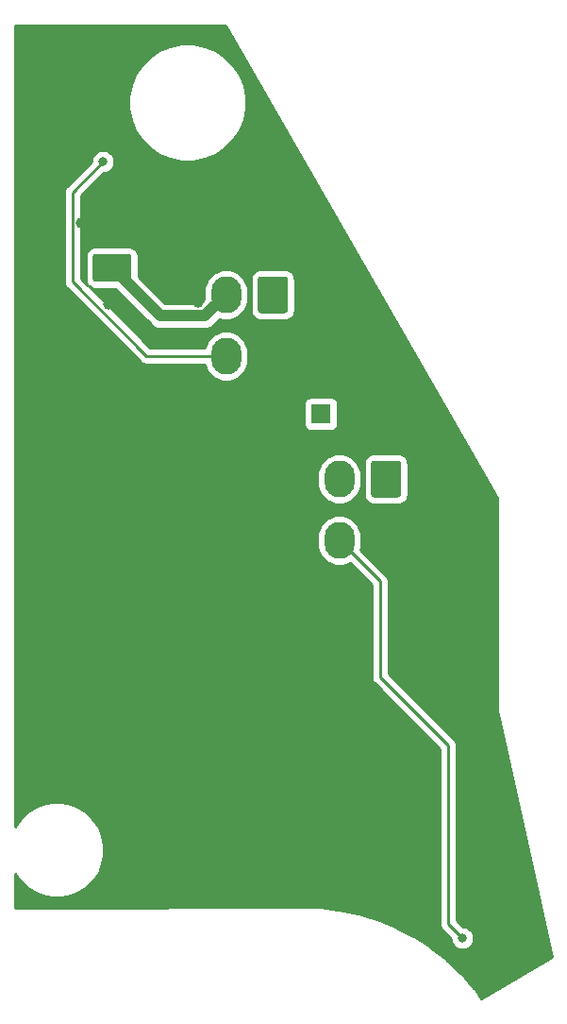
<source format=gbr>
G04 #@! TF.GenerationSoftware,KiCad,Pcbnew,(5.1.6)-1*
G04 #@! TF.CreationDate,2021-02-10T23:13:43+11:00*
G04 #@! TF.ProjectId,LDG Wing Fold PCB V2,4c444720-5769-46e6-9720-466f6c642050,rev?*
G04 #@! TF.SameCoordinates,Original*
G04 #@! TF.FileFunction,Copper,L2,Bot*
G04 #@! TF.FilePolarity,Positive*
%FSLAX46Y46*%
G04 Gerber Fmt 4.6, Leading zero omitted, Abs format (unit mm)*
G04 Created by KiCad (PCBNEW (5.1.6)-1) date 2021-02-10 23:13:43*
%MOMM*%
%LPD*%
G01*
G04 APERTURE LIST*
G04 #@! TA.AperFunction,ComponentPad*
%ADD10O,2.700000X3.300000*%
G04 #@! TD*
G04 #@! TA.AperFunction,ComponentPad*
%ADD11C,1.800000*%
G04 #@! TD*
G04 #@! TA.AperFunction,ComponentPad*
%ADD12R,1.800000X1.800000*%
G04 #@! TD*
G04 #@! TA.AperFunction,ViaPad*
%ADD13C,1.000000*%
G04 #@! TD*
G04 #@! TA.AperFunction,ViaPad*
%ADD14C,0.800000*%
G04 #@! TD*
G04 #@! TA.AperFunction,Conductor*
%ADD15C,1.000000*%
G04 #@! TD*
G04 #@! TA.AperFunction,Conductor*
%ADD16C,0.250000*%
G04 #@! TD*
G04 #@! TA.AperFunction,Conductor*
%ADD17C,0.254000*%
G04 #@! TD*
G04 APERTURE END LIST*
D10*
G04 #@! TO.P,J2,4*
G04 #@! TO.N,/DATAOUT*
X177664000Y-68238000D03*
G04 #@! TO.P,J2,3*
G04 #@! TO.N,/LEDGND*
X181864000Y-68238000D03*
G04 #@! TO.P,J2,2*
G04 #@! TO.N,/LED+5V*
X177664000Y-62738000D03*
G04 #@! TO.P,J2,1*
G04 #@! TA.AperFunction,ComponentPad*
G36*
G01*
X183214000Y-61338001D02*
X183214000Y-64137999D01*
G75*
G02*
X182963999Y-64388000I-250001J0D01*
G01*
X180764001Y-64388000D01*
G75*
G02*
X180514000Y-64137999I0J250001D01*
G01*
X180514000Y-61338001D01*
G75*
G02*
X180764001Y-61088000I250001J0D01*
G01*
X182963999Y-61088000D01*
G75*
G02*
X183214000Y-61338001I0J-250001D01*
G01*
G37*
G04 #@! TD.AperFunction*
G04 #@! TD*
G04 #@! TO.P,J1,4*
G04 #@! TO.N,/DATAIN*
X167504000Y-51728000D03*
G04 #@! TO.P,J1,3*
G04 #@! TO.N,/LEDGND*
X171704000Y-51728000D03*
G04 #@! TO.P,J1,2*
G04 #@! TO.N,/LED+5V*
X167504000Y-46228000D03*
G04 #@! TO.P,J1,1*
G04 #@! TA.AperFunction,ComponentPad*
G36*
G01*
X173054000Y-44828001D02*
X173054000Y-47627999D01*
G75*
G02*
X172803999Y-47878000I-250001J0D01*
G01*
X170604001Y-47878000D01*
G75*
G02*
X170354000Y-47627999I0J250001D01*
G01*
X170354000Y-44828001D01*
G75*
G02*
X170604001Y-44578000I250001J0D01*
G01*
X172803999Y-44578000D01*
G75*
G02*
X173054000Y-44828001I0J-250001D01*
G01*
G37*
G04 #@! TD.AperFunction*
G04 #@! TD*
D11*
G04 #@! TO.P,D1,2*
G04 #@! TO.N,/LEDGND*
X178562000Y-56896000D03*
D12*
G04 #@! TO.P,D1,1*
G04 #@! TO.N,Net-(D1-Pad1)*
X176022000Y-56896000D03*
G04 #@! TD*
G04 #@! TO.P,C1,2*
G04 #@! TO.N,/LEDGND*
G04 #@! TA.AperFunction,SMDPad,CuDef*
G36*
G01*
X162025000Y-44800000D02*
X162025000Y-42800000D01*
G75*
G02*
X162275000Y-42550000I250000J0D01*
G01*
X165275000Y-42550000D01*
G75*
G02*
X165525000Y-42800000I0J-250000D01*
G01*
X165525000Y-44800000D01*
G75*
G02*
X165275000Y-45050000I-250000J0D01*
G01*
X162275000Y-45050000D01*
G75*
G02*
X162025000Y-44800000I0J250000D01*
G01*
G37*
G04 #@! TD.AperFunction*
G04 #@! TO.P,C1,1*
G04 #@! TO.N,/LED+5V*
G04 #@! TA.AperFunction,SMDPad,CuDef*
G36*
G01*
X155525000Y-44800000D02*
X155525000Y-42800000D01*
G75*
G02*
X155775000Y-42550000I250000J0D01*
G01*
X158775000Y-42550000D01*
G75*
G02*
X159025000Y-42800000I0J-250000D01*
G01*
X159025000Y-44800000D01*
G75*
G02*
X158775000Y-45050000I-250000J0D01*
G01*
X155775000Y-45050000D01*
G75*
G02*
X155525000Y-44800000I0J250000D01*
G01*
G37*
G04 #@! TD.AperFunction*
G04 #@! TD*
D13*
G04 #@! TO.N,/LEDGND*
X157300000Y-69750000D03*
X165550000Y-69050000D03*
X173760000Y-68850000D03*
X158800000Y-87980000D03*
X178480000Y-98580000D03*
X166760000Y-87900000D03*
X175540000Y-87960000D03*
X184050000Y-88200000D03*
X154545000Y-39775000D03*
X162190000Y-39730000D03*
X169570000Y-39750000D03*
X156930000Y-47050000D03*
X164980000Y-46910000D03*
X157020000Y-53730000D03*
X164280000Y-53830000D03*
X157210000Y-61110000D03*
X164460000Y-61180000D03*
X153870000Y-79060000D03*
X161800000Y-78960000D03*
X170110000Y-79060000D03*
X178050000Y-78820000D03*
X186725000Y-77045000D03*
X194070000Y-105350000D03*
X170140000Y-60020000D03*
D14*
G04 #@! TO.N,/DATAIN*
X156464000Y-34290000D03*
G04 #@! TO.N,/DATAOUT*
X188722000Y-103886000D03*
G04 #@! TD*
D15*
G04 #@! TO.N,/LED+5V*
X165621999Y-48110001D02*
X167504000Y-46228000D01*
X161585001Y-48110001D02*
X165621999Y-48110001D01*
X157275000Y-43800000D02*
X161585001Y-48110001D01*
D16*
G04 #@! TO.N,/DATAIN*
X156464000Y-34290000D02*
X156464000Y-34290000D01*
X153719999Y-45061001D02*
X160386998Y-51728000D01*
X153719999Y-37034001D02*
X153719999Y-45061001D01*
X160386998Y-51728000D02*
X167504000Y-51728000D01*
X156464000Y-34290000D02*
X153719999Y-37034001D01*
G04 #@! TO.N,/DATAOUT*
X181325000Y-80487000D02*
X187452000Y-86614000D01*
X187452000Y-86614000D02*
X187452000Y-102616000D01*
X187452000Y-102616000D02*
X188722000Y-103886000D01*
X188722000Y-103886000D02*
X188722000Y-103886000D01*
X181325000Y-71899000D02*
X177664000Y-68238000D01*
X181325000Y-80487000D02*
X181325000Y-71899000D01*
G04 #@! TD*
D17*
G04 #@! TO.N,/LEDGND*
G36*
X191879487Y-64455736D02*
G01*
X191879486Y-83567235D01*
X191876141Y-83612178D01*
X191883885Y-83675307D01*
X191890121Y-83738622D01*
X191903206Y-83781757D01*
X196777579Y-105555165D01*
X190445196Y-109267252D01*
X189785299Y-108376819D01*
X189777203Y-108366872D01*
X189769667Y-108356477D01*
X189743206Y-108325101D01*
X188592523Y-107035507D01*
X188583549Y-107026325D01*
X188575110Y-107016665D01*
X188545914Y-106987815D01*
X187283086Y-105807819D01*
X187273322Y-105799492D01*
X187264039Y-105790634D01*
X187232348Y-105764549D01*
X185867772Y-104703862D01*
X185857297Y-104696457D01*
X185847245Y-104688473D01*
X185813321Y-104665368D01*
X184358229Y-103732722D01*
X184347118Y-103726292D01*
X184336391Y-103719257D01*
X184300537Y-103699336D01*
X184300513Y-103699322D01*
X184300504Y-103699318D01*
X182766880Y-102902393D01*
X182755231Y-102896996D01*
X182743912Y-102890963D01*
X182706401Y-102874373D01*
X182706374Y-102874361D01*
X182706363Y-102874357D01*
X181106827Y-102219709D01*
X181094743Y-102215392D01*
X181082917Y-102210407D01*
X181044047Y-102197282D01*
X181044030Y-102197276D01*
X181044024Y-102197274D01*
X179391731Y-101690290D01*
X179379317Y-101687089D01*
X179367078Y-101683193D01*
X179327160Y-101673641D01*
X177635713Y-101318492D01*
X177623051Y-101316428D01*
X177610517Y-101313659D01*
X177569906Y-101307765D01*
X177569898Y-101307764D01*
X177569895Y-101307764D01*
X175917634Y-101114897D01*
X175910422Y-101112727D01*
X175802418Y-101102340D01*
X148563000Y-101165064D01*
X148563000Y-98094693D01*
X148969785Y-98703490D01*
X149565519Y-99299224D01*
X150266029Y-99767290D01*
X151044393Y-100089699D01*
X151870700Y-100254061D01*
X152713196Y-100254061D01*
X153539503Y-100089699D01*
X154317867Y-99767290D01*
X155018377Y-99299224D01*
X155614111Y-98703490D01*
X156082177Y-98002980D01*
X156404586Y-97224616D01*
X156568948Y-96398309D01*
X156568948Y-95555813D01*
X156404586Y-94729506D01*
X156082177Y-93951142D01*
X155614111Y-93250632D01*
X155018377Y-92654898D01*
X154317867Y-92186832D01*
X153539503Y-91864423D01*
X152713196Y-91700061D01*
X151870700Y-91700061D01*
X151044393Y-91864423D01*
X150266029Y-92186832D01*
X149565519Y-92654898D01*
X148969785Y-93250632D01*
X148563000Y-93859429D01*
X148563000Y-67840490D01*
X175679000Y-67840490D01*
X175679000Y-68635509D01*
X175707722Y-68927127D01*
X175821226Y-69301301D01*
X176005547Y-69646143D01*
X176253602Y-69948398D01*
X176555857Y-70196453D01*
X176900698Y-70380774D01*
X177274872Y-70494278D01*
X177664000Y-70532604D01*
X178053127Y-70494278D01*
X178427301Y-70380774D01*
X178625848Y-70274649D01*
X180565001Y-72213803D01*
X180565000Y-80449678D01*
X180561324Y-80487000D01*
X180565000Y-80524322D01*
X180565000Y-80524332D01*
X180575997Y-80635985D01*
X180619454Y-80779246D01*
X180690026Y-80911276D01*
X180729871Y-80959826D01*
X180784999Y-81027001D01*
X180814003Y-81050804D01*
X186692000Y-86928803D01*
X186692001Y-102578667D01*
X186688324Y-102616000D01*
X186692001Y-102653333D01*
X186702998Y-102764986D01*
X186716180Y-102808442D01*
X186746454Y-102908246D01*
X186817026Y-103040276D01*
X186881653Y-103119023D01*
X186912000Y-103156001D01*
X186940998Y-103179799D01*
X187687000Y-103925802D01*
X187687000Y-103987939D01*
X187726774Y-104187898D01*
X187804795Y-104376256D01*
X187918063Y-104545774D01*
X188062226Y-104689937D01*
X188231744Y-104803205D01*
X188420102Y-104881226D01*
X188620061Y-104921000D01*
X188823939Y-104921000D01*
X189023898Y-104881226D01*
X189212256Y-104803205D01*
X189381774Y-104689937D01*
X189525937Y-104545774D01*
X189639205Y-104376256D01*
X189717226Y-104187898D01*
X189757000Y-103987939D01*
X189757000Y-103784061D01*
X189717226Y-103584102D01*
X189639205Y-103395744D01*
X189525937Y-103226226D01*
X189381774Y-103082063D01*
X189212256Y-102968795D01*
X189023898Y-102890774D01*
X188823939Y-102851000D01*
X188761802Y-102851000D01*
X188212000Y-102301199D01*
X188212000Y-86651322D01*
X188215676Y-86613999D01*
X188212000Y-86576676D01*
X188212000Y-86576667D01*
X188201003Y-86465014D01*
X188157546Y-86321753D01*
X188086974Y-86189724D01*
X188073811Y-86173685D01*
X188015799Y-86102996D01*
X188015795Y-86102992D01*
X187992001Y-86073999D01*
X187963009Y-86050206D01*
X182085000Y-80172199D01*
X182085000Y-71936323D01*
X182088676Y-71899000D01*
X182085000Y-71861677D01*
X182085000Y-71861667D01*
X182074003Y-71750014D01*
X182030546Y-71606753D01*
X181959974Y-71474724D01*
X181865001Y-71358999D01*
X181836003Y-71335201D01*
X179575510Y-69074709D01*
X179620278Y-68927128D01*
X179649000Y-68635510D01*
X179649000Y-67840491D01*
X179620278Y-67548873D01*
X179506774Y-67174698D01*
X179322453Y-66829857D01*
X179074398Y-66527602D01*
X178772143Y-66279547D01*
X178427302Y-66095226D01*
X178053128Y-65981722D01*
X177664000Y-65943396D01*
X177274873Y-65981722D01*
X176900699Y-66095226D01*
X176555858Y-66279547D01*
X176253603Y-66527602D01*
X176005547Y-66829857D01*
X175821226Y-67174698D01*
X175707722Y-67548872D01*
X175679000Y-67840490D01*
X148563000Y-67840490D01*
X148563000Y-62340490D01*
X175679000Y-62340490D01*
X175679000Y-63135509D01*
X175707722Y-63427127D01*
X175821226Y-63801301D01*
X176005547Y-64146143D01*
X176253602Y-64448398D01*
X176555857Y-64696453D01*
X176900698Y-64880774D01*
X177274872Y-64994278D01*
X177664000Y-65032604D01*
X178053127Y-64994278D01*
X178427301Y-64880774D01*
X178772143Y-64696453D01*
X179074398Y-64448398D01*
X179322453Y-64146143D01*
X179506774Y-63801302D01*
X179620278Y-63427128D01*
X179649000Y-63135510D01*
X179649000Y-62340491D01*
X179620278Y-62048873D01*
X179506774Y-61674698D01*
X179326807Y-61338001D01*
X179875928Y-61338001D01*
X179875928Y-64137999D01*
X179892992Y-64311253D01*
X179943529Y-64477850D01*
X180025595Y-64631386D01*
X180136039Y-64765961D01*
X180270614Y-64876405D01*
X180424150Y-64958471D01*
X180590747Y-65009008D01*
X180764001Y-65026072D01*
X182963999Y-65026072D01*
X183137253Y-65009008D01*
X183303850Y-64958471D01*
X183457386Y-64876405D01*
X183591961Y-64765961D01*
X183702405Y-64631386D01*
X183784471Y-64477850D01*
X183835008Y-64311253D01*
X183852072Y-64137999D01*
X183852072Y-61338001D01*
X183835008Y-61164747D01*
X183784471Y-60998150D01*
X183702405Y-60844614D01*
X183591961Y-60710039D01*
X183457386Y-60599595D01*
X183303850Y-60517529D01*
X183137253Y-60466992D01*
X182963999Y-60449928D01*
X180764001Y-60449928D01*
X180590747Y-60466992D01*
X180424150Y-60517529D01*
X180270614Y-60599595D01*
X180136039Y-60710039D01*
X180025595Y-60844614D01*
X179943529Y-60998150D01*
X179892992Y-61164747D01*
X179875928Y-61338001D01*
X179326807Y-61338001D01*
X179322453Y-61329857D01*
X179074398Y-61027602D01*
X178772143Y-60779547D01*
X178427302Y-60595226D01*
X178053128Y-60481722D01*
X177664000Y-60443396D01*
X177274873Y-60481722D01*
X176900699Y-60595226D01*
X176555858Y-60779547D01*
X176253603Y-61027602D01*
X176005547Y-61329857D01*
X175821226Y-61674698D01*
X175707722Y-62048872D01*
X175679000Y-62340490D01*
X148563000Y-62340490D01*
X148563000Y-55996000D01*
X174483928Y-55996000D01*
X174483928Y-57796000D01*
X174496188Y-57920482D01*
X174532498Y-58040180D01*
X174591463Y-58150494D01*
X174670815Y-58247185D01*
X174767506Y-58326537D01*
X174877820Y-58385502D01*
X174997518Y-58421812D01*
X175122000Y-58434072D01*
X176922000Y-58434072D01*
X177046482Y-58421812D01*
X177166180Y-58385502D01*
X177276494Y-58326537D01*
X177373185Y-58247185D01*
X177452537Y-58150494D01*
X177511502Y-58040180D01*
X177547812Y-57920482D01*
X177560072Y-57796000D01*
X177560072Y-55996000D01*
X177547812Y-55871518D01*
X177511502Y-55751820D01*
X177452537Y-55641506D01*
X177373185Y-55544815D01*
X177276494Y-55465463D01*
X177166180Y-55406498D01*
X177046482Y-55370188D01*
X176922000Y-55357928D01*
X175122000Y-55357928D01*
X174997518Y-55370188D01*
X174877820Y-55406498D01*
X174767506Y-55465463D01*
X174670815Y-55544815D01*
X174591463Y-55641506D01*
X174532498Y-55751820D01*
X174496188Y-55871518D01*
X174483928Y-55996000D01*
X148563000Y-55996000D01*
X148563000Y-37034001D01*
X152956323Y-37034001D01*
X152959999Y-37071323D01*
X152960000Y-45023669D01*
X152956323Y-45061001D01*
X152970997Y-45209986D01*
X153014453Y-45353247D01*
X153085025Y-45485277D01*
X153128627Y-45538405D01*
X153179999Y-45601002D01*
X153208997Y-45624800D01*
X159823203Y-52239008D01*
X159846997Y-52268001D01*
X159875990Y-52291795D01*
X159875994Y-52291799D01*
X159946683Y-52349811D01*
X159962722Y-52362974D01*
X160094751Y-52433546D01*
X160238012Y-52477003D01*
X160349665Y-52488000D01*
X160349674Y-52488000D01*
X160386997Y-52491676D01*
X160424320Y-52488000D01*
X165569221Y-52488000D01*
X165661226Y-52791301D01*
X165845547Y-53136143D01*
X166093602Y-53438398D01*
X166395857Y-53686453D01*
X166740698Y-53870774D01*
X167114872Y-53984278D01*
X167504000Y-54022604D01*
X167893127Y-53984278D01*
X168267301Y-53870774D01*
X168612143Y-53686453D01*
X168914398Y-53438398D01*
X169162453Y-53136143D01*
X169346774Y-52791302D01*
X169460278Y-52417128D01*
X169489000Y-52125510D01*
X169489000Y-51330491D01*
X169460278Y-51038873D01*
X169346774Y-50664698D01*
X169162453Y-50319857D01*
X168914398Y-50017602D01*
X168612143Y-49769547D01*
X168267302Y-49585226D01*
X167893128Y-49471722D01*
X167504000Y-49433396D01*
X167114873Y-49471722D01*
X166740699Y-49585226D01*
X166395858Y-49769547D01*
X166093603Y-50017602D01*
X165845547Y-50319857D01*
X165661226Y-50664698D01*
X165569221Y-50968000D01*
X160701801Y-50968000D01*
X155229141Y-45495342D01*
X155281614Y-45538405D01*
X155435150Y-45620472D01*
X155601746Y-45671008D01*
X155775000Y-45688072D01*
X157557941Y-45688072D01*
X160743010Y-48873142D01*
X160778552Y-48916450D01*
X160951377Y-49058284D01*
X160951378Y-49058285D01*
X161148554Y-49163677D01*
X161362502Y-49228578D01*
X161585001Y-49250492D01*
X161640753Y-49245001D01*
X165566248Y-49245001D01*
X165621999Y-49250492D01*
X165677750Y-49245001D01*
X165677751Y-49245001D01*
X165844498Y-49228578D01*
X166058446Y-49163677D01*
X166255622Y-49058285D01*
X166428448Y-48916450D01*
X166463995Y-48873136D01*
X166913836Y-48423295D01*
X167114872Y-48484278D01*
X167504000Y-48522604D01*
X167893127Y-48484278D01*
X168267301Y-48370774D01*
X168612143Y-48186453D01*
X168914398Y-47938398D01*
X169162453Y-47636143D01*
X169346774Y-47291302D01*
X169460278Y-46917128D01*
X169489000Y-46625510D01*
X169489000Y-45830491D01*
X169460278Y-45538873D01*
X169346774Y-45164698D01*
X169166807Y-44828001D01*
X169715928Y-44828001D01*
X169715928Y-47627999D01*
X169732992Y-47801253D01*
X169783529Y-47967850D01*
X169865595Y-48121386D01*
X169976039Y-48255961D01*
X170110614Y-48366405D01*
X170264150Y-48448471D01*
X170430747Y-48499008D01*
X170604001Y-48516072D01*
X172803999Y-48516072D01*
X172977253Y-48499008D01*
X173143850Y-48448471D01*
X173297386Y-48366405D01*
X173431961Y-48255961D01*
X173542405Y-48121386D01*
X173624471Y-47967850D01*
X173675008Y-47801253D01*
X173692072Y-47627999D01*
X173692072Y-44828001D01*
X173675008Y-44654747D01*
X173624471Y-44488150D01*
X173542405Y-44334614D01*
X173431961Y-44200039D01*
X173297386Y-44089595D01*
X173143850Y-44007529D01*
X172977253Y-43956992D01*
X172803999Y-43939928D01*
X170604001Y-43939928D01*
X170430747Y-43956992D01*
X170264150Y-44007529D01*
X170110614Y-44089595D01*
X169976039Y-44200039D01*
X169865595Y-44334614D01*
X169783529Y-44488150D01*
X169732992Y-44654747D01*
X169715928Y-44828001D01*
X169166807Y-44828001D01*
X169162453Y-44819857D01*
X168914398Y-44517602D01*
X168612143Y-44269547D01*
X168267302Y-44085226D01*
X167893128Y-43971722D01*
X167504000Y-43933396D01*
X167114873Y-43971722D01*
X166740699Y-44085226D01*
X166395858Y-44269547D01*
X166093603Y-44517602D01*
X165845547Y-44819857D01*
X165661226Y-45164698D01*
X165547722Y-45538872D01*
X165519000Y-45830490D01*
X165519000Y-46607869D01*
X165151868Y-46975001D01*
X162055133Y-46975001D01*
X159663072Y-44582941D01*
X159663072Y-42800000D01*
X159646008Y-42626746D01*
X159595472Y-42460150D01*
X159513405Y-42306614D01*
X159402962Y-42172038D01*
X159268386Y-42061595D01*
X159114850Y-41979528D01*
X158948254Y-41928992D01*
X158775000Y-41911928D01*
X155775000Y-41911928D01*
X155601746Y-41928992D01*
X155435150Y-41979528D01*
X155281614Y-42061595D01*
X155147038Y-42172038D01*
X155036595Y-42306614D01*
X154954528Y-42460150D01*
X154903992Y-42626746D01*
X154886928Y-42800000D01*
X154886928Y-44800000D01*
X154903992Y-44973254D01*
X154954528Y-45139850D01*
X155036595Y-45293386D01*
X155079658Y-45345859D01*
X154479999Y-44746200D01*
X154479999Y-37348802D01*
X156503803Y-35325000D01*
X156565939Y-35325000D01*
X156765898Y-35285226D01*
X156954256Y-35207205D01*
X157123774Y-35093937D01*
X157267937Y-34949774D01*
X157381205Y-34780256D01*
X157459226Y-34591898D01*
X157499000Y-34391939D01*
X157499000Y-34188061D01*
X157459226Y-33988102D01*
X157381205Y-33799744D01*
X157267937Y-33630226D01*
X157123774Y-33486063D01*
X156954256Y-33372795D01*
X156765898Y-33294774D01*
X156565939Y-33255000D01*
X156362061Y-33255000D01*
X156162102Y-33294774D01*
X155973744Y-33372795D01*
X155804226Y-33486063D01*
X155660063Y-33630226D01*
X155546795Y-33799744D01*
X155468774Y-33988102D01*
X155429000Y-34188061D01*
X155429000Y-34250197D01*
X153209002Y-36470197D01*
X153179998Y-36494000D01*
X153124870Y-36561175D01*
X153085025Y-36609725D01*
X153014454Y-36741754D01*
X153014453Y-36741755D01*
X152970996Y-36885016D01*
X152959999Y-36996669D01*
X152959999Y-36996679D01*
X152956323Y-37034001D01*
X148563000Y-37034001D01*
X148563000Y-28464822D01*
X158762448Y-28464822D01*
X158762448Y-29504300D01*
X158965240Y-30523805D01*
X159363031Y-31484158D01*
X159940535Y-32348452D01*
X160675557Y-33083474D01*
X161539851Y-33660978D01*
X162500204Y-34058769D01*
X163519709Y-34261561D01*
X164559187Y-34261561D01*
X165578692Y-34058769D01*
X166539045Y-33660978D01*
X167403339Y-33083474D01*
X168138361Y-32348452D01*
X168715865Y-31484158D01*
X169113656Y-30523805D01*
X169316448Y-29504300D01*
X169316448Y-28464822D01*
X169113656Y-27445317D01*
X168715865Y-26484964D01*
X168138361Y-25620670D01*
X167403339Y-24885648D01*
X166539045Y-24308144D01*
X165578692Y-23910353D01*
X164559187Y-23707561D01*
X163519709Y-23707561D01*
X162500204Y-23910353D01*
X161539851Y-24308144D01*
X160675557Y-24885648D01*
X159940535Y-25620670D01*
X159363031Y-26484964D01*
X158965240Y-27445317D01*
X158762448Y-28464822D01*
X148563000Y-28464822D01*
X148563000Y-22099547D01*
X167425120Y-22099547D01*
X191879487Y-64455736D01*
G37*
X191879487Y-64455736D02*
X191879486Y-83567235D01*
X191876141Y-83612178D01*
X191883885Y-83675307D01*
X191890121Y-83738622D01*
X191903206Y-83781757D01*
X196777579Y-105555165D01*
X190445196Y-109267252D01*
X189785299Y-108376819D01*
X189777203Y-108366872D01*
X189769667Y-108356477D01*
X189743206Y-108325101D01*
X188592523Y-107035507D01*
X188583549Y-107026325D01*
X188575110Y-107016665D01*
X188545914Y-106987815D01*
X187283086Y-105807819D01*
X187273322Y-105799492D01*
X187264039Y-105790634D01*
X187232348Y-105764549D01*
X185867772Y-104703862D01*
X185857297Y-104696457D01*
X185847245Y-104688473D01*
X185813321Y-104665368D01*
X184358229Y-103732722D01*
X184347118Y-103726292D01*
X184336391Y-103719257D01*
X184300537Y-103699336D01*
X184300513Y-103699322D01*
X184300504Y-103699318D01*
X182766880Y-102902393D01*
X182755231Y-102896996D01*
X182743912Y-102890963D01*
X182706401Y-102874373D01*
X182706374Y-102874361D01*
X182706363Y-102874357D01*
X181106827Y-102219709D01*
X181094743Y-102215392D01*
X181082917Y-102210407D01*
X181044047Y-102197282D01*
X181044030Y-102197276D01*
X181044024Y-102197274D01*
X179391731Y-101690290D01*
X179379317Y-101687089D01*
X179367078Y-101683193D01*
X179327160Y-101673641D01*
X177635713Y-101318492D01*
X177623051Y-101316428D01*
X177610517Y-101313659D01*
X177569906Y-101307765D01*
X177569898Y-101307764D01*
X177569895Y-101307764D01*
X175917634Y-101114897D01*
X175910422Y-101112727D01*
X175802418Y-101102340D01*
X148563000Y-101165064D01*
X148563000Y-98094693D01*
X148969785Y-98703490D01*
X149565519Y-99299224D01*
X150266029Y-99767290D01*
X151044393Y-100089699D01*
X151870700Y-100254061D01*
X152713196Y-100254061D01*
X153539503Y-100089699D01*
X154317867Y-99767290D01*
X155018377Y-99299224D01*
X155614111Y-98703490D01*
X156082177Y-98002980D01*
X156404586Y-97224616D01*
X156568948Y-96398309D01*
X156568948Y-95555813D01*
X156404586Y-94729506D01*
X156082177Y-93951142D01*
X155614111Y-93250632D01*
X155018377Y-92654898D01*
X154317867Y-92186832D01*
X153539503Y-91864423D01*
X152713196Y-91700061D01*
X151870700Y-91700061D01*
X151044393Y-91864423D01*
X150266029Y-92186832D01*
X149565519Y-92654898D01*
X148969785Y-93250632D01*
X148563000Y-93859429D01*
X148563000Y-67840490D01*
X175679000Y-67840490D01*
X175679000Y-68635509D01*
X175707722Y-68927127D01*
X175821226Y-69301301D01*
X176005547Y-69646143D01*
X176253602Y-69948398D01*
X176555857Y-70196453D01*
X176900698Y-70380774D01*
X177274872Y-70494278D01*
X177664000Y-70532604D01*
X178053127Y-70494278D01*
X178427301Y-70380774D01*
X178625848Y-70274649D01*
X180565001Y-72213803D01*
X180565000Y-80449678D01*
X180561324Y-80487000D01*
X180565000Y-80524322D01*
X180565000Y-80524332D01*
X180575997Y-80635985D01*
X180619454Y-80779246D01*
X180690026Y-80911276D01*
X180729871Y-80959826D01*
X180784999Y-81027001D01*
X180814003Y-81050804D01*
X186692000Y-86928803D01*
X186692001Y-102578667D01*
X186688324Y-102616000D01*
X186692001Y-102653333D01*
X186702998Y-102764986D01*
X186716180Y-102808442D01*
X186746454Y-102908246D01*
X186817026Y-103040276D01*
X186881653Y-103119023D01*
X186912000Y-103156001D01*
X186940998Y-103179799D01*
X187687000Y-103925802D01*
X187687000Y-103987939D01*
X187726774Y-104187898D01*
X187804795Y-104376256D01*
X187918063Y-104545774D01*
X188062226Y-104689937D01*
X188231744Y-104803205D01*
X188420102Y-104881226D01*
X188620061Y-104921000D01*
X188823939Y-104921000D01*
X189023898Y-104881226D01*
X189212256Y-104803205D01*
X189381774Y-104689937D01*
X189525937Y-104545774D01*
X189639205Y-104376256D01*
X189717226Y-104187898D01*
X189757000Y-103987939D01*
X189757000Y-103784061D01*
X189717226Y-103584102D01*
X189639205Y-103395744D01*
X189525937Y-103226226D01*
X189381774Y-103082063D01*
X189212256Y-102968795D01*
X189023898Y-102890774D01*
X188823939Y-102851000D01*
X188761802Y-102851000D01*
X188212000Y-102301199D01*
X188212000Y-86651322D01*
X188215676Y-86613999D01*
X188212000Y-86576676D01*
X188212000Y-86576667D01*
X188201003Y-86465014D01*
X188157546Y-86321753D01*
X188086974Y-86189724D01*
X188073811Y-86173685D01*
X188015799Y-86102996D01*
X188015795Y-86102992D01*
X187992001Y-86073999D01*
X187963009Y-86050206D01*
X182085000Y-80172199D01*
X182085000Y-71936323D01*
X182088676Y-71899000D01*
X182085000Y-71861677D01*
X182085000Y-71861667D01*
X182074003Y-71750014D01*
X182030546Y-71606753D01*
X181959974Y-71474724D01*
X181865001Y-71358999D01*
X181836003Y-71335201D01*
X179575510Y-69074709D01*
X179620278Y-68927128D01*
X179649000Y-68635510D01*
X179649000Y-67840491D01*
X179620278Y-67548873D01*
X179506774Y-67174698D01*
X179322453Y-66829857D01*
X179074398Y-66527602D01*
X178772143Y-66279547D01*
X178427302Y-66095226D01*
X178053128Y-65981722D01*
X177664000Y-65943396D01*
X177274873Y-65981722D01*
X176900699Y-66095226D01*
X176555858Y-66279547D01*
X176253603Y-66527602D01*
X176005547Y-66829857D01*
X175821226Y-67174698D01*
X175707722Y-67548872D01*
X175679000Y-67840490D01*
X148563000Y-67840490D01*
X148563000Y-62340490D01*
X175679000Y-62340490D01*
X175679000Y-63135509D01*
X175707722Y-63427127D01*
X175821226Y-63801301D01*
X176005547Y-64146143D01*
X176253602Y-64448398D01*
X176555857Y-64696453D01*
X176900698Y-64880774D01*
X177274872Y-64994278D01*
X177664000Y-65032604D01*
X178053127Y-64994278D01*
X178427301Y-64880774D01*
X178772143Y-64696453D01*
X179074398Y-64448398D01*
X179322453Y-64146143D01*
X179506774Y-63801302D01*
X179620278Y-63427128D01*
X179649000Y-63135510D01*
X179649000Y-62340491D01*
X179620278Y-62048873D01*
X179506774Y-61674698D01*
X179326807Y-61338001D01*
X179875928Y-61338001D01*
X179875928Y-64137999D01*
X179892992Y-64311253D01*
X179943529Y-64477850D01*
X180025595Y-64631386D01*
X180136039Y-64765961D01*
X180270614Y-64876405D01*
X180424150Y-64958471D01*
X180590747Y-65009008D01*
X180764001Y-65026072D01*
X182963999Y-65026072D01*
X183137253Y-65009008D01*
X183303850Y-64958471D01*
X183457386Y-64876405D01*
X183591961Y-64765961D01*
X183702405Y-64631386D01*
X183784471Y-64477850D01*
X183835008Y-64311253D01*
X183852072Y-64137999D01*
X183852072Y-61338001D01*
X183835008Y-61164747D01*
X183784471Y-60998150D01*
X183702405Y-60844614D01*
X183591961Y-60710039D01*
X183457386Y-60599595D01*
X183303850Y-60517529D01*
X183137253Y-60466992D01*
X182963999Y-60449928D01*
X180764001Y-60449928D01*
X180590747Y-60466992D01*
X180424150Y-60517529D01*
X180270614Y-60599595D01*
X180136039Y-60710039D01*
X180025595Y-60844614D01*
X179943529Y-60998150D01*
X179892992Y-61164747D01*
X179875928Y-61338001D01*
X179326807Y-61338001D01*
X179322453Y-61329857D01*
X179074398Y-61027602D01*
X178772143Y-60779547D01*
X178427302Y-60595226D01*
X178053128Y-60481722D01*
X177664000Y-60443396D01*
X177274873Y-60481722D01*
X176900699Y-60595226D01*
X176555858Y-60779547D01*
X176253603Y-61027602D01*
X176005547Y-61329857D01*
X175821226Y-61674698D01*
X175707722Y-62048872D01*
X175679000Y-62340490D01*
X148563000Y-62340490D01*
X148563000Y-55996000D01*
X174483928Y-55996000D01*
X174483928Y-57796000D01*
X174496188Y-57920482D01*
X174532498Y-58040180D01*
X174591463Y-58150494D01*
X174670815Y-58247185D01*
X174767506Y-58326537D01*
X174877820Y-58385502D01*
X174997518Y-58421812D01*
X175122000Y-58434072D01*
X176922000Y-58434072D01*
X177046482Y-58421812D01*
X177166180Y-58385502D01*
X177276494Y-58326537D01*
X177373185Y-58247185D01*
X177452537Y-58150494D01*
X177511502Y-58040180D01*
X177547812Y-57920482D01*
X177560072Y-57796000D01*
X177560072Y-55996000D01*
X177547812Y-55871518D01*
X177511502Y-55751820D01*
X177452537Y-55641506D01*
X177373185Y-55544815D01*
X177276494Y-55465463D01*
X177166180Y-55406498D01*
X177046482Y-55370188D01*
X176922000Y-55357928D01*
X175122000Y-55357928D01*
X174997518Y-55370188D01*
X174877820Y-55406498D01*
X174767506Y-55465463D01*
X174670815Y-55544815D01*
X174591463Y-55641506D01*
X174532498Y-55751820D01*
X174496188Y-55871518D01*
X174483928Y-55996000D01*
X148563000Y-55996000D01*
X148563000Y-37034001D01*
X152956323Y-37034001D01*
X152959999Y-37071323D01*
X152960000Y-45023669D01*
X152956323Y-45061001D01*
X152970997Y-45209986D01*
X153014453Y-45353247D01*
X153085025Y-45485277D01*
X153128627Y-45538405D01*
X153179999Y-45601002D01*
X153208997Y-45624800D01*
X159823203Y-52239008D01*
X159846997Y-52268001D01*
X159875990Y-52291795D01*
X159875994Y-52291799D01*
X159946683Y-52349811D01*
X159962722Y-52362974D01*
X160094751Y-52433546D01*
X160238012Y-52477003D01*
X160349665Y-52488000D01*
X160349674Y-52488000D01*
X160386997Y-52491676D01*
X160424320Y-52488000D01*
X165569221Y-52488000D01*
X165661226Y-52791301D01*
X165845547Y-53136143D01*
X166093602Y-53438398D01*
X166395857Y-53686453D01*
X166740698Y-53870774D01*
X167114872Y-53984278D01*
X167504000Y-54022604D01*
X167893127Y-53984278D01*
X168267301Y-53870774D01*
X168612143Y-53686453D01*
X168914398Y-53438398D01*
X169162453Y-53136143D01*
X169346774Y-52791302D01*
X169460278Y-52417128D01*
X169489000Y-52125510D01*
X169489000Y-51330491D01*
X169460278Y-51038873D01*
X169346774Y-50664698D01*
X169162453Y-50319857D01*
X168914398Y-50017602D01*
X168612143Y-49769547D01*
X168267302Y-49585226D01*
X167893128Y-49471722D01*
X167504000Y-49433396D01*
X167114873Y-49471722D01*
X166740699Y-49585226D01*
X166395858Y-49769547D01*
X166093603Y-50017602D01*
X165845547Y-50319857D01*
X165661226Y-50664698D01*
X165569221Y-50968000D01*
X160701801Y-50968000D01*
X155229141Y-45495342D01*
X155281614Y-45538405D01*
X155435150Y-45620472D01*
X155601746Y-45671008D01*
X155775000Y-45688072D01*
X157557941Y-45688072D01*
X160743010Y-48873142D01*
X160778552Y-48916450D01*
X160951377Y-49058284D01*
X160951378Y-49058285D01*
X161148554Y-49163677D01*
X161362502Y-49228578D01*
X161585001Y-49250492D01*
X161640753Y-49245001D01*
X165566248Y-49245001D01*
X165621999Y-49250492D01*
X165677750Y-49245001D01*
X165677751Y-49245001D01*
X165844498Y-49228578D01*
X166058446Y-49163677D01*
X166255622Y-49058285D01*
X166428448Y-48916450D01*
X166463995Y-48873136D01*
X166913836Y-48423295D01*
X167114872Y-48484278D01*
X167504000Y-48522604D01*
X167893127Y-48484278D01*
X168267301Y-48370774D01*
X168612143Y-48186453D01*
X168914398Y-47938398D01*
X169162453Y-47636143D01*
X169346774Y-47291302D01*
X169460278Y-46917128D01*
X169489000Y-46625510D01*
X169489000Y-45830491D01*
X169460278Y-45538873D01*
X169346774Y-45164698D01*
X169166807Y-44828001D01*
X169715928Y-44828001D01*
X169715928Y-47627999D01*
X169732992Y-47801253D01*
X169783529Y-47967850D01*
X169865595Y-48121386D01*
X169976039Y-48255961D01*
X170110614Y-48366405D01*
X170264150Y-48448471D01*
X170430747Y-48499008D01*
X170604001Y-48516072D01*
X172803999Y-48516072D01*
X172977253Y-48499008D01*
X173143850Y-48448471D01*
X173297386Y-48366405D01*
X173431961Y-48255961D01*
X173542405Y-48121386D01*
X173624471Y-47967850D01*
X173675008Y-47801253D01*
X173692072Y-47627999D01*
X173692072Y-44828001D01*
X173675008Y-44654747D01*
X173624471Y-44488150D01*
X173542405Y-44334614D01*
X173431961Y-44200039D01*
X173297386Y-44089595D01*
X173143850Y-44007529D01*
X172977253Y-43956992D01*
X172803999Y-43939928D01*
X170604001Y-43939928D01*
X170430747Y-43956992D01*
X170264150Y-44007529D01*
X170110614Y-44089595D01*
X169976039Y-44200039D01*
X169865595Y-44334614D01*
X169783529Y-44488150D01*
X169732992Y-44654747D01*
X169715928Y-44828001D01*
X169166807Y-44828001D01*
X169162453Y-44819857D01*
X168914398Y-44517602D01*
X168612143Y-44269547D01*
X168267302Y-44085226D01*
X167893128Y-43971722D01*
X167504000Y-43933396D01*
X167114873Y-43971722D01*
X166740699Y-44085226D01*
X166395858Y-44269547D01*
X166093603Y-44517602D01*
X165845547Y-44819857D01*
X165661226Y-45164698D01*
X165547722Y-45538872D01*
X165519000Y-45830490D01*
X165519000Y-46607869D01*
X165151868Y-46975001D01*
X162055133Y-46975001D01*
X159663072Y-44582941D01*
X159663072Y-42800000D01*
X159646008Y-42626746D01*
X159595472Y-42460150D01*
X159513405Y-42306614D01*
X159402962Y-42172038D01*
X159268386Y-42061595D01*
X159114850Y-41979528D01*
X158948254Y-41928992D01*
X158775000Y-41911928D01*
X155775000Y-41911928D01*
X155601746Y-41928992D01*
X155435150Y-41979528D01*
X155281614Y-42061595D01*
X155147038Y-42172038D01*
X155036595Y-42306614D01*
X154954528Y-42460150D01*
X154903992Y-42626746D01*
X154886928Y-42800000D01*
X154886928Y-44800000D01*
X154903992Y-44973254D01*
X154954528Y-45139850D01*
X155036595Y-45293386D01*
X155079658Y-45345859D01*
X154479999Y-44746200D01*
X154479999Y-37348802D01*
X156503803Y-35325000D01*
X156565939Y-35325000D01*
X156765898Y-35285226D01*
X156954256Y-35207205D01*
X157123774Y-35093937D01*
X157267937Y-34949774D01*
X157381205Y-34780256D01*
X157459226Y-34591898D01*
X157499000Y-34391939D01*
X157499000Y-34188061D01*
X157459226Y-33988102D01*
X157381205Y-33799744D01*
X157267937Y-33630226D01*
X157123774Y-33486063D01*
X156954256Y-33372795D01*
X156765898Y-33294774D01*
X156565939Y-33255000D01*
X156362061Y-33255000D01*
X156162102Y-33294774D01*
X155973744Y-33372795D01*
X155804226Y-33486063D01*
X155660063Y-33630226D01*
X155546795Y-33799744D01*
X155468774Y-33988102D01*
X155429000Y-34188061D01*
X155429000Y-34250197D01*
X153209002Y-36470197D01*
X153179998Y-36494000D01*
X153124870Y-36561175D01*
X153085025Y-36609725D01*
X153014454Y-36741754D01*
X153014453Y-36741755D01*
X152970996Y-36885016D01*
X152959999Y-36996669D01*
X152959999Y-36996679D01*
X152956323Y-37034001D01*
X148563000Y-37034001D01*
X148563000Y-28464822D01*
X158762448Y-28464822D01*
X158762448Y-29504300D01*
X158965240Y-30523805D01*
X159363031Y-31484158D01*
X159940535Y-32348452D01*
X160675557Y-33083474D01*
X161539851Y-33660978D01*
X162500204Y-34058769D01*
X163519709Y-34261561D01*
X164559187Y-34261561D01*
X165578692Y-34058769D01*
X166539045Y-33660978D01*
X167403339Y-33083474D01*
X168138361Y-32348452D01*
X168715865Y-31484158D01*
X169113656Y-30523805D01*
X169316448Y-29504300D01*
X169316448Y-28464822D01*
X169113656Y-27445317D01*
X168715865Y-26484964D01*
X168138361Y-25620670D01*
X167403339Y-24885648D01*
X166539045Y-24308144D01*
X165578692Y-23910353D01*
X164559187Y-23707561D01*
X163519709Y-23707561D01*
X162500204Y-23910353D01*
X161539851Y-24308144D01*
X160675557Y-24885648D01*
X159940535Y-25620670D01*
X159363031Y-26484964D01*
X158965240Y-27445317D01*
X158762448Y-28464822D01*
X148563000Y-28464822D01*
X148563000Y-22099547D01*
X167425120Y-22099547D01*
X191879487Y-64455736D01*
G04 #@! TD*
M02*

</source>
